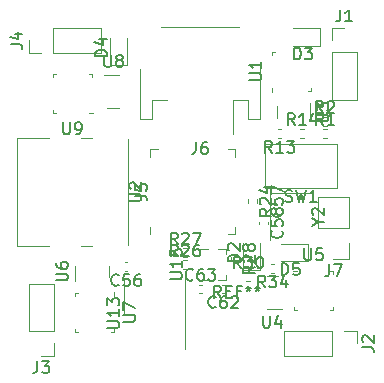
<source format=gbr>
%TF.GenerationSoftware,KiCad,Pcbnew,7.0.6*%
%TF.CreationDate,2023-07-24T08:09:00-07:00*%
%TF.ProjectId,minidrone,6d696e69-6472-46f6-9e65-2e6b69636164,rev?*%
%TF.SameCoordinates,Original*%
%TF.FileFunction,Legend,Top*%
%TF.FilePolarity,Positive*%
%FSLAX46Y46*%
G04 Gerber Fmt 4.6, Leading zero omitted, Abs format (unit mm)*
G04 Created by KiCad (PCBNEW 7.0.6) date 2023-07-24 08:09:00*
%MOMM*%
%LPD*%
G01*
G04 APERTURE LIST*
%ADD10C,0.150000*%
%ADD11C,0.120000*%
%ADD12C,0.100000*%
G04 APERTURE END LIST*
D10*
X149352466Y-76117419D02*
X149019133Y-75641228D01*
X148781038Y-76117419D02*
X148781038Y-75117419D01*
X148781038Y-75117419D02*
X149161990Y-75117419D01*
X149161990Y-75117419D02*
X149257228Y-75165038D01*
X149257228Y-75165038D02*
X149304847Y-75212657D01*
X149304847Y-75212657D02*
X149352466Y-75307895D01*
X149352466Y-75307895D02*
X149352466Y-75450752D01*
X149352466Y-75450752D02*
X149304847Y-75545990D01*
X149304847Y-75545990D02*
X149257228Y-75593609D01*
X149257228Y-75593609D02*
X149161990Y-75641228D01*
X149161990Y-75641228D02*
X148781038Y-75641228D01*
X149781038Y-75593609D02*
X150114371Y-75593609D01*
X150257228Y-76117419D02*
X149781038Y-76117419D01*
X149781038Y-76117419D02*
X149781038Y-75117419D01*
X149781038Y-75117419D02*
X150257228Y-75117419D01*
X151019133Y-75593609D02*
X150685800Y-75593609D01*
X150685800Y-76117419D02*
X150685800Y-75117419D01*
X150685800Y-75117419D02*
X151161990Y-75117419D01*
X151685800Y-75117419D02*
X151685800Y-75355514D01*
X151447705Y-75260276D02*
X151685800Y-75355514D01*
X151685800Y-75355514D02*
X151923895Y-75260276D01*
X151542943Y-75545990D02*
X151685800Y-75355514D01*
X151685800Y-75355514D02*
X151828657Y-75545990D01*
X152447705Y-75117419D02*
X152447705Y-75355514D01*
X152209610Y-75260276D02*
X152447705Y-75355514D01*
X152447705Y-75355514D02*
X152685800Y-75260276D01*
X152304848Y-75545990D02*
X152447705Y-75355514D01*
X152447705Y-75355514D02*
X152590562Y-75545990D01*
X141091219Y-78142704D02*
X141900742Y-78142704D01*
X141900742Y-78142704D02*
X141995980Y-78095085D01*
X141995980Y-78095085D02*
X142043600Y-78047466D01*
X142043600Y-78047466D02*
X142091219Y-77952228D01*
X142091219Y-77952228D02*
X142091219Y-77761752D01*
X142091219Y-77761752D02*
X142043600Y-77666514D01*
X142043600Y-77666514D02*
X141995980Y-77618895D01*
X141995980Y-77618895D02*
X141900742Y-77571276D01*
X141900742Y-77571276D02*
X141091219Y-77571276D01*
X141091219Y-77190323D02*
X141091219Y-76523657D01*
X141091219Y-76523657D02*
X142091219Y-76952228D01*
X157595528Y-69721490D02*
X158071719Y-69721490D01*
X157071719Y-70054823D02*
X157595528Y-69721490D01*
X157595528Y-69721490D02*
X157071719Y-69388157D01*
X157166957Y-69102442D02*
X157119338Y-69054823D01*
X157119338Y-69054823D02*
X157071719Y-68959585D01*
X157071719Y-68959585D02*
X157071719Y-68721490D01*
X157071719Y-68721490D02*
X157119338Y-68626252D01*
X157119338Y-68626252D02*
X157166957Y-68578633D01*
X157166957Y-68578633D02*
X157262195Y-68531014D01*
X157262195Y-68531014D02*
X157357433Y-68531014D01*
X157357433Y-68531014D02*
X157500290Y-68578633D01*
X157500290Y-68578633D02*
X158071719Y-69150061D01*
X158071719Y-69150061D02*
X158071719Y-68531014D01*
X145036819Y-74545594D02*
X145846342Y-74545594D01*
X145846342Y-74545594D02*
X145941580Y-74497975D01*
X145941580Y-74497975D02*
X145989200Y-74450356D01*
X145989200Y-74450356D02*
X146036819Y-74355118D01*
X146036819Y-74355118D02*
X146036819Y-74164642D01*
X146036819Y-74164642D02*
X145989200Y-74069404D01*
X145989200Y-74069404D02*
X145941580Y-74021785D01*
X145941580Y-74021785D02*
X145846342Y-73974166D01*
X145846342Y-73974166D02*
X145036819Y-73974166D01*
X146036819Y-72974166D02*
X146036819Y-73545594D01*
X146036819Y-73259880D02*
X145036819Y-73259880D01*
X145036819Y-73259880D02*
X145179676Y-73355118D01*
X145179676Y-73355118D02*
X145274914Y-73450356D01*
X145274914Y-73450356D02*
X145322533Y-73545594D01*
X145036819Y-72069404D02*
X145036819Y-72545594D01*
X145036819Y-72545594D02*
X145513009Y-72593213D01*
X145513009Y-72593213D02*
X145465390Y-72545594D01*
X145465390Y-72545594D02*
X145417771Y-72450356D01*
X145417771Y-72450356D02*
X145417771Y-72212261D01*
X145417771Y-72212261D02*
X145465390Y-72117023D01*
X145465390Y-72117023D02*
X145513009Y-72069404D01*
X145513009Y-72069404D02*
X145608247Y-72021785D01*
X145608247Y-72021785D02*
X145846342Y-72021785D01*
X145846342Y-72021785D02*
X145941580Y-72069404D01*
X145941580Y-72069404D02*
X145989200Y-72117023D01*
X145989200Y-72117023D02*
X146036819Y-72212261D01*
X146036819Y-72212261D02*
X146036819Y-72450356D01*
X146036819Y-72450356D02*
X145989200Y-72545594D01*
X145989200Y-72545594D02*
X145941580Y-72593213D01*
X139740919Y-78682894D02*
X140550442Y-78682894D01*
X140550442Y-78682894D02*
X140645680Y-78635275D01*
X140645680Y-78635275D02*
X140693300Y-78587656D01*
X140693300Y-78587656D02*
X140740919Y-78492418D01*
X140740919Y-78492418D02*
X140740919Y-78301942D01*
X140740919Y-78301942D02*
X140693300Y-78206704D01*
X140693300Y-78206704D02*
X140645680Y-78159085D01*
X140645680Y-78159085D02*
X140550442Y-78111466D01*
X140550442Y-78111466D02*
X139740919Y-78111466D01*
X140740919Y-77111466D02*
X140740919Y-77682894D01*
X140740919Y-77397180D02*
X139740919Y-77397180D01*
X139740919Y-77397180D02*
X139883776Y-77492418D01*
X139883776Y-77492418D02*
X139979014Y-77587656D01*
X139979014Y-77587656D02*
X140026633Y-77682894D01*
X139740919Y-76778132D02*
X139740919Y-76159085D01*
X139740919Y-76159085D02*
X140121871Y-76492418D01*
X140121871Y-76492418D02*
X140121871Y-76349561D01*
X140121871Y-76349561D02*
X140169490Y-76254323D01*
X140169490Y-76254323D02*
X140217109Y-76206704D01*
X140217109Y-76206704D02*
X140312347Y-76159085D01*
X140312347Y-76159085D02*
X140550442Y-76159085D01*
X140550442Y-76159085D02*
X140645680Y-76206704D01*
X140645680Y-76206704D02*
X140693300Y-76254323D01*
X140693300Y-76254323D02*
X140740919Y-76349561D01*
X140740919Y-76349561D02*
X140740919Y-76635275D01*
X140740919Y-76635275D02*
X140693300Y-76730513D01*
X140693300Y-76730513D02*
X140645680Y-76778132D01*
X135988495Y-61281619D02*
X135988495Y-62091142D01*
X135988495Y-62091142D02*
X136036114Y-62186380D01*
X136036114Y-62186380D02*
X136083733Y-62234000D01*
X136083733Y-62234000D02*
X136178971Y-62281619D01*
X136178971Y-62281619D02*
X136369447Y-62281619D01*
X136369447Y-62281619D02*
X136464685Y-62234000D01*
X136464685Y-62234000D02*
X136512304Y-62186380D01*
X136512304Y-62186380D02*
X136559923Y-62091142D01*
X136559923Y-62091142D02*
X136559923Y-61281619D01*
X137083733Y-62281619D02*
X137274209Y-62281619D01*
X137274209Y-62281619D02*
X137369447Y-62234000D01*
X137369447Y-62234000D02*
X137417066Y-62186380D01*
X137417066Y-62186380D02*
X137512304Y-62043523D01*
X137512304Y-62043523D02*
X137559923Y-61853047D01*
X137559923Y-61853047D02*
X137559923Y-61472095D01*
X137559923Y-61472095D02*
X137512304Y-61376857D01*
X137512304Y-61376857D02*
X137464685Y-61329238D01*
X137464685Y-61329238D02*
X137369447Y-61281619D01*
X137369447Y-61281619D02*
X137178971Y-61281619D01*
X137178971Y-61281619D02*
X137083733Y-61329238D01*
X137083733Y-61329238D02*
X137036114Y-61376857D01*
X137036114Y-61376857D02*
X136988495Y-61472095D01*
X136988495Y-61472095D02*
X136988495Y-61710190D01*
X136988495Y-61710190D02*
X137036114Y-61805428D01*
X137036114Y-61805428D02*
X137083733Y-61853047D01*
X137083733Y-61853047D02*
X137178971Y-61900666D01*
X137178971Y-61900666D02*
X137369447Y-61900666D01*
X137369447Y-61900666D02*
X137464685Y-61853047D01*
X137464685Y-61853047D02*
X137512304Y-61805428D01*
X137512304Y-61805428D02*
X137559923Y-61710190D01*
X139480785Y-55581619D02*
X139480785Y-56391142D01*
X139480785Y-56391142D02*
X139528404Y-56486380D01*
X139528404Y-56486380D02*
X139576023Y-56534000D01*
X139576023Y-56534000D02*
X139671261Y-56581619D01*
X139671261Y-56581619D02*
X139861737Y-56581619D01*
X139861737Y-56581619D02*
X139956975Y-56534000D01*
X139956975Y-56534000D02*
X140004594Y-56486380D01*
X140004594Y-56486380D02*
X140052213Y-56391142D01*
X140052213Y-56391142D02*
X140052213Y-55581619D01*
X140671261Y-56010190D02*
X140576023Y-55962571D01*
X140576023Y-55962571D02*
X140528404Y-55914952D01*
X140528404Y-55914952D02*
X140480785Y-55819714D01*
X140480785Y-55819714D02*
X140480785Y-55772095D01*
X140480785Y-55772095D02*
X140528404Y-55676857D01*
X140528404Y-55676857D02*
X140576023Y-55629238D01*
X140576023Y-55629238D02*
X140671261Y-55581619D01*
X140671261Y-55581619D02*
X140861737Y-55581619D01*
X140861737Y-55581619D02*
X140956975Y-55629238D01*
X140956975Y-55629238D02*
X141004594Y-55676857D01*
X141004594Y-55676857D02*
X141052213Y-55772095D01*
X141052213Y-55772095D02*
X141052213Y-55819714D01*
X141052213Y-55819714D02*
X141004594Y-55914952D01*
X141004594Y-55914952D02*
X140956975Y-55962571D01*
X140956975Y-55962571D02*
X140861737Y-56010190D01*
X140861737Y-56010190D02*
X140671261Y-56010190D01*
X140671261Y-56010190D02*
X140576023Y-56057809D01*
X140576023Y-56057809D02*
X140528404Y-56105428D01*
X140528404Y-56105428D02*
X140480785Y-56200666D01*
X140480785Y-56200666D02*
X140480785Y-56391142D01*
X140480785Y-56391142D02*
X140528404Y-56486380D01*
X140528404Y-56486380D02*
X140576023Y-56534000D01*
X140576023Y-56534000D02*
X140671261Y-56581619D01*
X140671261Y-56581619D02*
X140861737Y-56581619D01*
X140861737Y-56581619D02*
X140956975Y-56534000D01*
X140956975Y-56534000D02*
X141004594Y-56486380D01*
X141004594Y-56486380D02*
X141052213Y-56391142D01*
X141052213Y-56391142D02*
X141052213Y-56200666D01*
X141052213Y-56200666D02*
X141004594Y-56105428D01*
X141004594Y-56105428D02*
X140956975Y-56057809D01*
X140956975Y-56057809D02*
X140861737Y-56010190D01*
X135391219Y-74650414D02*
X136200742Y-74650414D01*
X136200742Y-74650414D02*
X136295980Y-74602795D01*
X136295980Y-74602795D02*
X136343600Y-74555176D01*
X136343600Y-74555176D02*
X136391219Y-74459938D01*
X136391219Y-74459938D02*
X136391219Y-74269462D01*
X136391219Y-74269462D02*
X136343600Y-74174224D01*
X136343600Y-74174224D02*
X136295980Y-74126605D01*
X136295980Y-74126605D02*
X136200742Y-74078986D01*
X136200742Y-74078986D02*
X135391219Y-74078986D01*
X135391219Y-73174224D02*
X135391219Y-73364700D01*
X135391219Y-73364700D02*
X135438838Y-73459938D01*
X135438838Y-73459938D02*
X135486457Y-73507557D01*
X135486457Y-73507557D02*
X135629314Y-73602795D01*
X135629314Y-73602795D02*
X135819790Y-73650414D01*
X135819790Y-73650414D02*
X136200742Y-73650414D01*
X136200742Y-73650414D02*
X136295980Y-73602795D01*
X136295980Y-73602795D02*
X136343600Y-73555176D01*
X136343600Y-73555176D02*
X136391219Y-73459938D01*
X136391219Y-73459938D02*
X136391219Y-73269462D01*
X136391219Y-73269462D02*
X136343600Y-73174224D01*
X136343600Y-73174224D02*
X136295980Y-73126605D01*
X136295980Y-73126605D02*
X136200742Y-73078986D01*
X136200742Y-73078986D02*
X135962647Y-73078986D01*
X135962647Y-73078986D02*
X135867409Y-73126605D01*
X135867409Y-73126605D02*
X135819790Y-73174224D01*
X135819790Y-73174224D02*
X135772171Y-73269462D01*
X135772171Y-73269462D02*
X135772171Y-73459938D01*
X135772171Y-73459938D02*
X135819790Y-73555176D01*
X135819790Y-73555176D02*
X135867409Y-73602795D01*
X135867409Y-73602795D02*
X135962647Y-73650414D01*
X156428495Y-71949619D02*
X156428495Y-72759142D01*
X156428495Y-72759142D02*
X156476114Y-72854380D01*
X156476114Y-72854380D02*
X156523733Y-72902000D01*
X156523733Y-72902000D02*
X156618971Y-72949619D01*
X156618971Y-72949619D02*
X156809447Y-72949619D01*
X156809447Y-72949619D02*
X156904685Y-72902000D01*
X156904685Y-72902000D02*
X156952304Y-72854380D01*
X156952304Y-72854380D02*
X156999923Y-72759142D01*
X156999923Y-72759142D02*
X156999923Y-71949619D01*
X157952304Y-71949619D02*
X157476114Y-71949619D01*
X157476114Y-71949619D02*
X157428495Y-72425809D01*
X157428495Y-72425809D02*
X157476114Y-72378190D01*
X157476114Y-72378190D02*
X157571352Y-72330571D01*
X157571352Y-72330571D02*
X157809447Y-72330571D01*
X157809447Y-72330571D02*
X157904685Y-72378190D01*
X157904685Y-72378190D02*
X157952304Y-72425809D01*
X157952304Y-72425809D02*
X157999923Y-72521047D01*
X157999923Y-72521047D02*
X157999923Y-72759142D01*
X157999923Y-72759142D02*
X157952304Y-72854380D01*
X157952304Y-72854380D02*
X157904685Y-72902000D01*
X157904685Y-72902000D02*
X157809447Y-72949619D01*
X157809447Y-72949619D02*
X157571352Y-72949619D01*
X157571352Y-72949619D02*
X157476114Y-72902000D01*
X157476114Y-72902000D02*
X157428495Y-72854380D01*
X152936205Y-77649619D02*
X152936205Y-78459142D01*
X152936205Y-78459142D02*
X152983824Y-78554380D01*
X152983824Y-78554380D02*
X153031443Y-78602000D01*
X153031443Y-78602000D02*
X153126681Y-78649619D01*
X153126681Y-78649619D02*
X153317157Y-78649619D01*
X153317157Y-78649619D02*
X153412395Y-78602000D01*
X153412395Y-78602000D02*
X153460014Y-78554380D01*
X153460014Y-78554380D02*
X153507633Y-78459142D01*
X153507633Y-78459142D02*
X153507633Y-77649619D01*
X154412395Y-77982952D02*
X154412395Y-78649619D01*
X154174300Y-77602000D02*
X153936205Y-78316285D01*
X153936205Y-78316285D02*
X154555252Y-78316285D01*
X157459219Y-61194994D02*
X158268742Y-61194994D01*
X158268742Y-61194994D02*
X158363980Y-61147375D01*
X158363980Y-61147375D02*
X158411600Y-61099756D01*
X158411600Y-61099756D02*
X158459219Y-61004518D01*
X158459219Y-61004518D02*
X158459219Y-60814042D01*
X158459219Y-60814042D02*
X158411600Y-60718804D01*
X158411600Y-60718804D02*
X158363980Y-60671185D01*
X158363980Y-60671185D02*
X158268742Y-60623566D01*
X158268742Y-60623566D02*
X157459219Y-60623566D01*
X157459219Y-60242613D02*
X157459219Y-59623566D01*
X157459219Y-59623566D02*
X157840171Y-59956899D01*
X157840171Y-59956899D02*
X157840171Y-59814042D01*
X157840171Y-59814042D02*
X157887790Y-59718804D01*
X157887790Y-59718804D02*
X157935409Y-59671185D01*
X157935409Y-59671185D02*
X158030647Y-59623566D01*
X158030647Y-59623566D02*
X158268742Y-59623566D01*
X158268742Y-59623566D02*
X158363980Y-59671185D01*
X158363980Y-59671185D02*
X158411600Y-59718804D01*
X158411600Y-59718804D02*
X158459219Y-59814042D01*
X158459219Y-59814042D02*
X158459219Y-60099756D01*
X158459219Y-60099756D02*
X158411600Y-60194994D01*
X158411600Y-60194994D02*
X158363980Y-60242613D01*
X141605219Y-67922704D02*
X142414742Y-67922704D01*
X142414742Y-67922704D02*
X142509980Y-67875085D01*
X142509980Y-67875085D02*
X142557600Y-67827466D01*
X142557600Y-67827466D02*
X142605219Y-67732228D01*
X142605219Y-67732228D02*
X142605219Y-67541752D01*
X142605219Y-67541752D02*
X142557600Y-67446514D01*
X142557600Y-67446514D02*
X142509980Y-67398895D01*
X142509980Y-67398895D02*
X142414742Y-67351276D01*
X142414742Y-67351276D02*
X141605219Y-67351276D01*
X141700457Y-66922704D02*
X141652838Y-66875085D01*
X141652838Y-66875085D02*
X141605219Y-66779847D01*
X141605219Y-66779847D02*
X141605219Y-66541752D01*
X141605219Y-66541752D02*
X141652838Y-66446514D01*
X141652838Y-66446514D02*
X141700457Y-66398895D01*
X141700457Y-66398895D02*
X141795695Y-66351276D01*
X141795695Y-66351276D02*
X141890933Y-66351276D01*
X141890933Y-66351276D02*
X142033790Y-66398895D01*
X142033790Y-66398895D02*
X142605219Y-66970323D01*
X142605219Y-66970323D02*
X142605219Y-66351276D01*
X151759219Y-57702704D02*
X152568742Y-57702704D01*
X152568742Y-57702704D02*
X152663980Y-57655085D01*
X152663980Y-57655085D02*
X152711600Y-57607466D01*
X152711600Y-57607466D02*
X152759219Y-57512228D01*
X152759219Y-57512228D02*
X152759219Y-57321752D01*
X152759219Y-57321752D02*
X152711600Y-57226514D01*
X152711600Y-57226514D02*
X152663980Y-57178895D01*
X152663980Y-57178895D02*
X152568742Y-57131276D01*
X152568742Y-57131276D02*
X151759219Y-57131276D01*
X152759219Y-56131276D02*
X152759219Y-56702704D01*
X152759219Y-56416990D02*
X151759219Y-56416990D01*
X151759219Y-56416990D02*
X151902076Y-56512228D01*
X151902076Y-56512228D02*
X151997314Y-56607466D01*
X151997314Y-56607466D02*
X152044933Y-56702704D01*
X154809567Y-67955200D02*
X154952424Y-68002819D01*
X154952424Y-68002819D02*
X155190519Y-68002819D01*
X155190519Y-68002819D02*
X155285757Y-67955200D01*
X155285757Y-67955200D02*
X155333376Y-67907580D01*
X155333376Y-67907580D02*
X155380995Y-67812342D01*
X155380995Y-67812342D02*
X155380995Y-67717104D01*
X155380995Y-67717104D02*
X155333376Y-67621866D01*
X155333376Y-67621866D02*
X155285757Y-67574247D01*
X155285757Y-67574247D02*
X155190519Y-67526628D01*
X155190519Y-67526628D02*
X155000043Y-67479009D01*
X155000043Y-67479009D02*
X154904805Y-67431390D01*
X154904805Y-67431390D02*
X154857186Y-67383771D01*
X154857186Y-67383771D02*
X154809567Y-67288533D01*
X154809567Y-67288533D02*
X154809567Y-67193295D01*
X154809567Y-67193295D02*
X154857186Y-67098057D01*
X154857186Y-67098057D02*
X154904805Y-67050438D01*
X154904805Y-67050438D02*
X155000043Y-67002819D01*
X155000043Y-67002819D02*
X155238138Y-67002819D01*
X155238138Y-67002819D02*
X155380995Y-67050438D01*
X155714329Y-67002819D02*
X155952424Y-68002819D01*
X155952424Y-68002819D02*
X156142900Y-67288533D01*
X156142900Y-67288533D02*
X156333376Y-68002819D01*
X156333376Y-68002819D02*
X156571472Y-67002819D01*
X157476233Y-68002819D02*
X156904805Y-68002819D01*
X157190519Y-68002819D02*
X157190519Y-67002819D01*
X157190519Y-67002819D02*
X157095281Y-67145676D01*
X157095281Y-67145676D02*
X157000043Y-67240914D01*
X157000043Y-67240914D02*
X156904805Y-67288533D01*
X153090842Y-75256519D02*
X152757509Y-74780328D01*
X152519414Y-75256519D02*
X152519414Y-74256519D01*
X152519414Y-74256519D02*
X152900366Y-74256519D01*
X152900366Y-74256519D02*
X152995604Y-74304138D01*
X152995604Y-74304138D02*
X153043223Y-74351757D01*
X153043223Y-74351757D02*
X153090842Y-74446995D01*
X153090842Y-74446995D02*
X153090842Y-74589852D01*
X153090842Y-74589852D02*
X153043223Y-74685090D01*
X153043223Y-74685090D02*
X152995604Y-74732709D01*
X152995604Y-74732709D02*
X152900366Y-74780328D01*
X152900366Y-74780328D02*
X152519414Y-74780328D01*
X153424176Y-74256519D02*
X154043223Y-74256519D01*
X154043223Y-74256519D02*
X153709890Y-74637471D01*
X153709890Y-74637471D02*
X153852747Y-74637471D01*
X153852747Y-74637471D02*
X153947985Y-74685090D01*
X153947985Y-74685090D02*
X153995604Y-74732709D01*
X153995604Y-74732709D02*
X154043223Y-74827947D01*
X154043223Y-74827947D02*
X154043223Y-75066042D01*
X154043223Y-75066042D02*
X153995604Y-75161280D01*
X153995604Y-75161280D02*
X153947985Y-75208900D01*
X153947985Y-75208900D02*
X153852747Y-75256519D01*
X153852747Y-75256519D02*
X153567033Y-75256519D01*
X153567033Y-75256519D02*
X153471795Y-75208900D01*
X153471795Y-75208900D02*
X153424176Y-75161280D01*
X154900366Y-74589852D02*
X154900366Y-75256519D01*
X154662271Y-74208900D02*
X154424176Y-74923185D01*
X154424176Y-74923185D02*
X155043223Y-74923185D01*
X151021542Y-73649319D02*
X150688209Y-73173128D01*
X150450114Y-73649319D02*
X150450114Y-72649319D01*
X150450114Y-72649319D02*
X150831066Y-72649319D01*
X150831066Y-72649319D02*
X150926304Y-72696938D01*
X150926304Y-72696938D02*
X150973923Y-72744557D01*
X150973923Y-72744557D02*
X151021542Y-72839795D01*
X151021542Y-72839795D02*
X151021542Y-72982652D01*
X151021542Y-72982652D02*
X150973923Y-73077890D01*
X150973923Y-73077890D02*
X150926304Y-73125509D01*
X150926304Y-73125509D02*
X150831066Y-73173128D01*
X150831066Y-73173128D02*
X150450114Y-73173128D01*
X151354876Y-72649319D02*
X151973923Y-72649319D01*
X151973923Y-72649319D02*
X151640590Y-73030271D01*
X151640590Y-73030271D02*
X151783447Y-73030271D01*
X151783447Y-73030271D02*
X151878685Y-73077890D01*
X151878685Y-73077890D02*
X151926304Y-73125509D01*
X151926304Y-73125509D02*
X151973923Y-73220747D01*
X151973923Y-73220747D02*
X151973923Y-73458842D01*
X151973923Y-73458842D02*
X151926304Y-73554080D01*
X151926304Y-73554080D02*
X151878685Y-73601700D01*
X151878685Y-73601700D02*
X151783447Y-73649319D01*
X151783447Y-73649319D02*
X151497733Y-73649319D01*
X151497733Y-73649319D02*
X151402495Y-73601700D01*
X151402495Y-73601700D02*
X151354876Y-73554080D01*
X152592971Y-72649319D02*
X152688209Y-72649319D01*
X152688209Y-72649319D02*
X152783447Y-72696938D01*
X152783447Y-72696938D02*
X152831066Y-72744557D01*
X152831066Y-72744557D02*
X152878685Y-72839795D01*
X152878685Y-72839795D02*
X152926304Y-73030271D01*
X152926304Y-73030271D02*
X152926304Y-73268366D01*
X152926304Y-73268366D02*
X152878685Y-73458842D01*
X152878685Y-73458842D02*
X152831066Y-73554080D01*
X152831066Y-73554080D02*
X152783447Y-73601700D01*
X152783447Y-73601700D02*
X152688209Y-73649319D01*
X152688209Y-73649319D02*
X152592971Y-73649319D01*
X152592971Y-73649319D02*
X152497733Y-73601700D01*
X152497733Y-73601700D02*
X152450114Y-73554080D01*
X152450114Y-73554080D02*
X152402495Y-73458842D01*
X152402495Y-73458842D02*
X152354876Y-73268366D01*
X152354876Y-73268366D02*
X152354876Y-73030271D01*
X152354876Y-73030271D02*
X152402495Y-72839795D01*
X152402495Y-72839795D02*
X152450114Y-72744557D01*
X152450114Y-72744557D02*
X152497733Y-72696938D01*
X152497733Y-72696938D02*
X152592971Y-72649319D01*
X152224419Y-73485357D02*
X151748228Y-73818690D01*
X152224419Y-74056785D02*
X151224419Y-74056785D01*
X151224419Y-74056785D02*
X151224419Y-73675833D01*
X151224419Y-73675833D02*
X151272038Y-73580595D01*
X151272038Y-73580595D02*
X151319657Y-73532976D01*
X151319657Y-73532976D02*
X151414895Y-73485357D01*
X151414895Y-73485357D02*
X151557752Y-73485357D01*
X151557752Y-73485357D02*
X151652990Y-73532976D01*
X151652990Y-73532976D02*
X151700609Y-73580595D01*
X151700609Y-73580595D02*
X151748228Y-73675833D01*
X151748228Y-73675833D02*
X151748228Y-74056785D01*
X151319657Y-73104404D02*
X151272038Y-73056785D01*
X151272038Y-73056785D02*
X151224419Y-72961547D01*
X151224419Y-72961547D02*
X151224419Y-72723452D01*
X151224419Y-72723452D02*
X151272038Y-72628214D01*
X151272038Y-72628214D02*
X151319657Y-72580595D01*
X151319657Y-72580595D02*
X151414895Y-72532976D01*
X151414895Y-72532976D02*
X151510133Y-72532976D01*
X151510133Y-72532976D02*
X151652990Y-72580595D01*
X151652990Y-72580595D02*
X152224419Y-73152023D01*
X152224419Y-73152023D02*
X152224419Y-72532976D01*
X151652990Y-71961547D02*
X151605371Y-72056785D01*
X151605371Y-72056785D02*
X151557752Y-72104404D01*
X151557752Y-72104404D02*
X151462514Y-72152023D01*
X151462514Y-72152023D02*
X151414895Y-72152023D01*
X151414895Y-72152023D02*
X151319657Y-72104404D01*
X151319657Y-72104404D02*
X151272038Y-72056785D01*
X151272038Y-72056785D02*
X151224419Y-71961547D01*
X151224419Y-71961547D02*
X151224419Y-71771071D01*
X151224419Y-71771071D02*
X151272038Y-71675833D01*
X151272038Y-71675833D02*
X151319657Y-71628214D01*
X151319657Y-71628214D02*
X151414895Y-71580595D01*
X151414895Y-71580595D02*
X151462514Y-71580595D01*
X151462514Y-71580595D02*
X151557752Y-71628214D01*
X151557752Y-71628214D02*
X151605371Y-71675833D01*
X151605371Y-71675833D02*
X151652990Y-71771071D01*
X151652990Y-71771071D02*
X151652990Y-71961547D01*
X151652990Y-71961547D02*
X151700609Y-72056785D01*
X151700609Y-72056785D02*
X151748228Y-72104404D01*
X151748228Y-72104404D02*
X151843466Y-72152023D01*
X151843466Y-72152023D02*
X152033942Y-72152023D01*
X152033942Y-72152023D02*
X152129180Y-72104404D01*
X152129180Y-72104404D02*
X152176800Y-72056785D01*
X152176800Y-72056785D02*
X152224419Y-71961547D01*
X152224419Y-71961547D02*
X152224419Y-71771071D01*
X152224419Y-71771071D02*
X152176800Y-71675833D01*
X152176800Y-71675833D02*
X152129180Y-71628214D01*
X152129180Y-71628214D02*
X152033942Y-71580595D01*
X152033942Y-71580595D02*
X151843466Y-71580595D01*
X151843466Y-71580595D02*
X151748228Y-71628214D01*
X151748228Y-71628214D02*
X151700609Y-71675833D01*
X151700609Y-71675833D02*
X151652990Y-71771071D01*
X145687542Y-71617319D02*
X145354209Y-71141128D01*
X145116114Y-71617319D02*
X145116114Y-70617319D01*
X145116114Y-70617319D02*
X145497066Y-70617319D01*
X145497066Y-70617319D02*
X145592304Y-70664938D01*
X145592304Y-70664938D02*
X145639923Y-70712557D01*
X145639923Y-70712557D02*
X145687542Y-70807795D01*
X145687542Y-70807795D02*
X145687542Y-70950652D01*
X145687542Y-70950652D02*
X145639923Y-71045890D01*
X145639923Y-71045890D02*
X145592304Y-71093509D01*
X145592304Y-71093509D02*
X145497066Y-71141128D01*
X145497066Y-71141128D02*
X145116114Y-71141128D01*
X146068495Y-70712557D02*
X146116114Y-70664938D01*
X146116114Y-70664938D02*
X146211352Y-70617319D01*
X146211352Y-70617319D02*
X146449447Y-70617319D01*
X146449447Y-70617319D02*
X146544685Y-70664938D01*
X146544685Y-70664938D02*
X146592304Y-70712557D01*
X146592304Y-70712557D02*
X146639923Y-70807795D01*
X146639923Y-70807795D02*
X146639923Y-70903033D01*
X146639923Y-70903033D02*
X146592304Y-71045890D01*
X146592304Y-71045890D02*
X146020876Y-71617319D01*
X146020876Y-71617319D02*
X146639923Y-71617319D01*
X146973257Y-70617319D02*
X147639923Y-70617319D01*
X147639923Y-70617319D02*
X147211352Y-71617319D01*
X145687542Y-72633319D02*
X145354209Y-72157128D01*
X145116114Y-72633319D02*
X145116114Y-71633319D01*
X145116114Y-71633319D02*
X145497066Y-71633319D01*
X145497066Y-71633319D02*
X145592304Y-71680938D01*
X145592304Y-71680938D02*
X145639923Y-71728557D01*
X145639923Y-71728557D02*
X145687542Y-71823795D01*
X145687542Y-71823795D02*
X145687542Y-71966652D01*
X145687542Y-71966652D02*
X145639923Y-72061890D01*
X145639923Y-72061890D02*
X145592304Y-72109509D01*
X145592304Y-72109509D02*
X145497066Y-72157128D01*
X145497066Y-72157128D02*
X145116114Y-72157128D01*
X146068495Y-71728557D02*
X146116114Y-71680938D01*
X146116114Y-71680938D02*
X146211352Y-71633319D01*
X146211352Y-71633319D02*
X146449447Y-71633319D01*
X146449447Y-71633319D02*
X146544685Y-71680938D01*
X146544685Y-71680938D02*
X146592304Y-71728557D01*
X146592304Y-71728557D02*
X146639923Y-71823795D01*
X146639923Y-71823795D02*
X146639923Y-71919033D01*
X146639923Y-71919033D02*
X146592304Y-72061890D01*
X146592304Y-72061890D02*
X146020876Y-72633319D01*
X146020876Y-72633319D02*
X146639923Y-72633319D01*
X147497066Y-71633319D02*
X147306590Y-71633319D01*
X147306590Y-71633319D02*
X147211352Y-71680938D01*
X147211352Y-71680938D02*
X147163733Y-71728557D01*
X147163733Y-71728557D02*
X147068495Y-71871414D01*
X147068495Y-71871414D02*
X147020876Y-72061890D01*
X147020876Y-72061890D02*
X147020876Y-72442842D01*
X147020876Y-72442842D02*
X147068495Y-72538080D01*
X147068495Y-72538080D02*
X147116114Y-72585700D01*
X147116114Y-72585700D02*
X147211352Y-72633319D01*
X147211352Y-72633319D02*
X147401828Y-72633319D01*
X147401828Y-72633319D02*
X147497066Y-72585700D01*
X147497066Y-72585700D02*
X147544685Y-72538080D01*
X147544685Y-72538080D02*
X147592304Y-72442842D01*
X147592304Y-72442842D02*
X147592304Y-72204747D01*
X147592304Y-72204747D02*
X147544685Y-72109509D01*
X147544685Y-72109509D02*
X147497066Y-72061890D01*
X147497066Y-72061890D02*
X147401828Y-72014271D01*
X147401828Y-72014271D02*
X147211352Y-72014271D01*
X147211352Y-72014271D02*
X147116114Y-72061890D01*
X147116114Y-72061890D02*
X147068495Y-72109509D01*
X147068495Y-72109509D02*
X147020876Y-72204747D01*
X153629319Y-68598557D02*
X153153128Y-68931890D01*
X153629319Y-69169985D02*
X152629319Y-69169985D01*
X152629319Y-69169985D02*
X152629319Y-68789033D01*
X152629319Y-68789033D02*
X152676938Y-68693795D01*
X152676938Y-68693795D02*
X152724557Y-68646176D01*
X152724557Y-68646176D02*
X152819795Y-68598557D01*
X152819795Y-68598557D02*
X152962652Y-68598557D01*
X152962652Y-68598557D02*
X153057890Y-68646176D01*
X153057890Y-68646176D02*
X153105509Y-68693795D01*
X153105509Y-68693795D02*
X153153128Y-68789033D01*
X153153128Y-68789033D02*
X153153128Y-69169985D01*
X152724557Y-68217604D02*
X152676938Y-68169985D01*
X152676938Y-68169985D02*
X152629319Y-68074747D01*
X152629319Y-68074747D02*
X152629319Y-67836652D01*
X152629319Y-67836652D02*
X152676938Y-67741414D01*
X152676938Y-67741414D02*
X152724557Y-67693795D01*
X152724557Y-67693795D02*
X152819795Y-67646176D01*
X152819795Y-67646176D02*
X152915033Y-67646176D01*
X152915033Y-67646176D02*
X153057890Y-67693795D01*
X153057890Y-67693795D02*
X153629319Y-68265223D01*
X153629319Y-68265223D02*
X153629319Y-67646176D01*
X152962652Y-66789033D02*
X153629319Y-66789033D01*
X152581700Y-67027128D02*
X153295985Y-67265223D01*
X153295985Y-67265223D02*
X153295985Y-66646176D01*
X155593542Y-61508119D02*
X155260209Y-61031928D01*
X155022114Y-61508119D02*
X155022114Y-60508119D01*
X155022114Y-60508119D02*
X155403066Y-60508119D01*
X155403066Y-60508119D02*
X155498304Y-60555738D01*
X155498304Y-60555738D02*
X155545923Y-60603357D01*
X155545923Y-60603357D02*
X155593542Y-60698595D01*
X155593542Y-60698595D02*
X155593542Y-60841452D01*
X155593542Y-60841452D02*
X155545923Y-60936690D01*
X155545923Y-60936690D02*
X155498304Y-60984309D01*
X155498304Y-60984309D02*
X155403066Y-61031928D01*
X155403066Y-61031928D02*
X155022114Y-61031928D01*
X156545923Y-61508119D02*
X155974495Y-61508119D01*
X156260209Y-61508119D02*
X156260209Y-60508119D01*
X156260209Y-60508119D02*
X156164971Y-60650976D01*
X156164971Y-60650976D02*
X156069733Y-60746214D01*
X156069733Y-60746214D02*
X155974495Y-60793833D01*
X157403066Y-60841452D02*
X157403066Y-61508119D01*
X157164971Y-60460500D02*
X156926876Y-61174785D01*
X156926876Y-61174785D02*
X157545923Y-61174785D01*
X153667142Y-63848119D02*
X153333809Y-63371928D01*
X153095714Y-63848119D02*
X153095714Y-62848119D01*
X153095714Y-62848119D02*
X153476666Y-62848119D01*
X153476666Y-62848119D02*
X153571904Y-62895738D01*
X153571904Y-62895738D02*
X153619523Y-62943357D01*
X153619523Y-62943357D02*
X153667142Y-63038595D01*
X153667142Y-63038595D02*
X153667142Y-63181452D01*
X153667142Y-63181452D02*
X153619523Y-63276690D01*
X153619523Y-63276690D02*
X153571904Y-63324309D01*
X153571904Y-63324309D02*
X153476666Y-63371928D01*
X153476666Y-63371928D02*
X153095714Y-63371928D01*
X154619523Y-63848119D02*
X154048095Y-63848119D01*
X154333809Y-63848119D02*
X154333809Y-62848119D01*
X154333809Y-62848119D02*
X154238571Y-62990976D01*
X154238571Y-62990976D02*
X154143333Y-63086214D01*
X154143333Y-63086214D02*
X154048095Y-63133833D01*
X154952857Y-62848119D02*
X155571904Y-62848119D01*
X155571904Y-62848119D02*
X155238571Y-63229071D01*
X155238571Y-63229071D02*
X155381428Y-63229071D01*
X155381428Y-63229071D02*
X155476666Y-63276690D01*
X155476666Y-63276690D02*
X155524285Y-63324309D01*
X155524285Y-63324309D02*
X155571904Y-63419547D01*
X155571904Y-63419547D02*
X155571904Y-63657642D01*
X155571904Y-63657642D02*
X155524285Y-63752880D01*
X155524285Y-63752880D02*
X155476666Y-63800500D01*
X155476666Y-63800500D02*
X155381428Y-63848119D01*
X155381428Y-63848119D02*
X155095714Y-63848119D01*
X155095714Y-63848119D02*
X155000476Y-63800500D01*
X155000476Y-63800500D02*
X154952857Y-63752880D01*
X158004133Y-60492119D02*
X157670800Y-60015928D01*
X157432705Y-60492119D02*
X157432705Y-59492119D01*
X157432705Y-59492119D02*
X157813657Y-59492119D01*
X157813657Y-59492119D02*
X157908895Y-59539738D01*
X157908895Y-59539738D02*
X157956514Y-59587357D01*
X157956514Y-59587357D02*
X158004133Y-59682595D01*
X158004133Y-59682595D02*
X158004133Y-59825452D01*
X158004133Y-59825452D02*
X157956514Y-59920690D01*
X157956514Y-59920690D02*
X157908895Y-59968309D01*
X157908895Y-59968309D02*
X157813657Y-60015928D01*
X157813657Y-60015928D02*
X157432705Y-60015928D01*
X158385086Y-59587357D02*
X158432705Y-59539738D01*
X158432705Y-59539738D02*
X158527943Y-59492119D01*
X158527943Y-59492119D02*
X158766038Y-59492119D01*
X158766038Y-59492119D02*
X158861276Y-59539738D01*
X158861276Y-59539738D02*
X158908895Y-59587357D01*
X158908895Y-59587357D02*
X158956514Y-59682595D01*
X158956514Y-59682595D02*
X158956514Y-59777833D01*
X158956514Y-59777833D02*
X158908895Y-59920690D01*
X158908895Y-59920690D02*
X158337467Y-60492119D01*
X158337467Y-60492119D02*
X158956514Y-60492119D01*
X158004133Y-61508119D02*
X157670800Y-61031928D01*
X157432705Y-61508119D02*
X157432705Y-60508119D01*
X157432705Y-60508119D02*
X157813657Y-60508119D01*
X157813657Y-60508119D02*
X157908895Y-60555738D01*
X157908895Y-60555738D02*
X157956514Y-60603357D01*
X157956514Y-60603357D02*
X158004133Y-60698595D01*
X158004133Y-60698595D02*
X158004133Y-60841452D01*
X158004133Y-60841452D02*
X157956514Y-60936690D01*
X157956514Y-60936690D02*
X157908895Y-60984309D01*
X157908895Y-60984309D02*
X157813657Y-61031928D01*
X157813657Y-61031928D02*
X157432705Y-61031928D01*
X158956514Y-61508119D02*
X158385086Y-61508119D01*
X158670800Y-61508119D02*
X158670800Y-60508119D01*
X158670800Y-60508119D02*
X158575562Y-60650976D01*
X158575562Y-60650976D02*
X158480324Y-60746214D01*
X158480324Y-60746214D02*
X158385086Y-60793833D01*
X158541166Y-73291019D02*
X158541166Y-74005304D01*
X158541166Y-74005304D02*
X158493547Y-74148161D01*
X158493547Y-74148161D02*
X158398309Y-74243400D01*
X158398309Y-74243400D02*
X158255452Y-74291019D01*
X158255452Y-74291019D02*
X158160214Y-74291019D01*
X158922119Y-73291019D02*
X159588785Y-73291019D01*
X159588785Y-73291019D02*
X159160214Y-74291019D01*
X147244766Y-62942819D02*
X147244766Y-63657104D01*
X147244766Y-63657104D02*
X147197147Y-63799961D01*
X147197147Y-63799961D02*
X147101909Y-63895200D01*
X147101909Y-63895200D02*
X146959052Y-63942819D01*
X146959052Y-63942819D02*
X146863814Y-63942819D01*
X148149528Y-62942819D02*
X147959052Y-62942819D01*
X147959052Y-62942819D02*
X147863814Y-62990438D01*
X147863814Y-62990438D02*
X147816195Y-63038057D01*
X147816195Y-63038057D02*
X147720957Y-63180914D01*
X147720957Y-63180914D02*
X147673338Y-63371390D01*
X147673338Y-63371390D02*
X147673338Y-63752342D01*
X147673338Y-63752342D02*
X147720957Y-63847580D01*
X147720957Y-63847580D02*
X147768576Y-63895200D01*
X147768576Y-63895200D02*
X147863814Y-63942819D01*
X147863814Y-63942819D02*
X148054290Y-63942819D01*
X148054290Y-63942819D02*
X148149528Y-63895200D01*
X148149528Y-63895200D02*
X148197147Y-63847580D01*
X148197147Y-63847580D02*
X148244766Y-63752342D01*
X148244766Y-63752342D02*
X148244766Y-63514247D01*
X148244766Y-63514247D02*
X148197147Y-63419009D01*
X148197147Y-63419009D02*
X148149528Y-63371390D01*
X148149528Y-63371390D02*
X148054290Y-63323771D01*
X148054290Y-63323771D02*
X147863814Y-63323771D01*
X147863814Y-63323771D02*
X147768576Y-63371390D01*
X147768576Y-63371390D02*
X147720957Y-63419009D01*
X147720957Y-63419009D02*
X147673338Y-63514247D01*
X142090219Y-67494133D02*
X142804504Y-67494133D01*
X142804504Y-67494133D02*
X142947361Y-67541752D01*
X142947361Y-67541752D02*
X143042600Y-67636990D01*
X143042600Y-67636990D02*
X143090219Y-67779847D01*
X143090219Y-67779847D02*
X143090219Y-67875085D01*
X142090219Y-66541752D02*
X142090219Y-67017942D01*
X142090219Y-67017942D02*
X142566409Y-67065561D01*
X142566409Y-67065561D02*
X142518790Y-67017942D01*
X142518790Y-67017942D02*
X142471171Y-66922704D01*
X142471171Y-66922704D02*
X142471171Y-66684609D01*
X142471171Y-66684609D02*
X142518790Y-66589371D01*
X142518790Y-66589371D02*
X142566409Y-66541752D01*
X142566409Y-66541752D02*
X142661647Y-66494133D01*
X142661647Y-66494133D02*
X142899742Y-66494133D01*
X142899742Y-66494133D02*
X142994980Y-66541752D01*
X142994980Y-66541752D02*
X143042600Y-66589371D01*
X143042600Y-66589371D02*
X143090219Y-66684609D01*
X143090219Y-66684609D02*
X143090219Y-66922704D01*
X143090219Y-66922704D02*
X143042600Y-67017942D01*
X143042600Y-67017942D02*
X142994980Y-67065561D01*
X131545219Y-54674133D02*
X132259504Y-54674133D01*
X132259504Y-54674133D02*
X132402361Y-54721752D01*
X132402361Y-54721752D02*
X132497600Y-54816990D01*
X132497600Y-54816990D02*
X132545219Y-54959847D01*
X132545219Y-54959847D02*
X132545219Y-55055085D01*
X131878552Y-53769371D02*
X132545219Y-53769371D01*
X131497600Y-54007466D02*
X132211885Y-54245561D01*
X132211885Y-54245561D02*
X132211885Y-53626514D01*
X133817066Y-81495619D02*
X133817066Y-82209904D01*
X133817066Y-82209904D02*
X133769447Y-82352761D01*
X133769447Y-82352761D02*
X133674209Y-82448000D01*
X133674209Y-82448000D02*
X133531352Y-82495619D01*
X133531352Y-82495619D02*
X133436114Y-82495619D01*
X134198019Y-81495619D02*
X134817066Y-81495619D01*
X134817066Y-81495619D02*
X134483733Y-81876571D01*
X134483733Y-81876571D02*
X134626590Y-81876571D01*
X134626590Y-81876571D02*
X134721828Y-81924190D01*
X134721828Y-81924190D02*
X134769447Y-81971809D01*
X134769447Y-81971809D02*
X134817066Y-82067047D01*
X134817066Y-82067047D02*
X134817066Y-82305142D01*
X134817066Y-82305142D02*
X134769447Y-82400380D01*
X134769447Y-82400380D02*
X134721828Y-82448000D01*
X134721828Y-82448000D02*
X134626590Y-82495619D01*
X134626590Y-82495619D02*
X134340876Y-82495619D01*
X134340876Y-82495619D02*
X134245638Y-82448000D01*
X134245638Y-82448000D02*
X134198019Y-82400380D01*
X161305219Y-80314133D02*
X162019504Y-80314133D01*
X162019504Y-80314133D02*
X162162361Y-80361752D01*
X162162361Y-80361752D02*
X162257600Y-80456990D01*
X162257600Y-80456990D02*
X162305219Y-80599847D01*
X162305219Y-80599847D02*
X162305219Y-80695085D01*
X161400457Y-79885561D02*
X161352838Y-79837942D01*
X161352838Y-79837942D02*
X161305219Y-79742704D01*
X161305219Y-79742704D02*
X161305219Y-79504609D01*
X161305219Y-79504609D02*
X161352838Y-79409371D01*
X161352838Y-79409371D02*
X161400457Y-79361752D01*
X161400457Y-79361752D02*
X161495695Y-79314133D01*
X161495695Y-79314133D02*
X161590933Y-79314133D01*
X161590933Y-79314133D02*
X161733790Y-79361752D01*
X161733790Y-79361752D02*
X162305219Y-79933180D01*
X162305219Y-79933180D02*
X162305219Y-79314133D01*
X159457066Y-51735619D02*
X159457066Y-52449904D01*
X159457066Y-52449904D02*
X159409447Y-52592761D01*
X159409447Y-52592761D02*
X159314209Y-52688000D01*
X159314209Y-52688000D02*
X159171352Y-52735619D01*
X159171352Y-52735619D02*
X159076114Y-52735619D01*
X160457066Y-52735619D02*
X159885638Y-52735619D01*
X160171352Y-52735619D02*
X160171352Y-51735619D01*
X160171352Y-51735619D02*
X160076114Y-51878476D01*
X160076114Y-51878476D02*
X159980876Y-51973714D01*
X159980876Y-51973714D02*
X159885638Y-52021333D01*
X154492105Y-74195719D02*
X154492105Y-73195719D01*
X154492105Y-73195719D02*
X154730200Y-73195719D01*
X154730200Y-73195719D02*
X154873057Y-73243338D01*
X154873057Y-73243338D02*
X154968295Y-73338576D01*
X154968295Y-73338576D02*
X155015914Y-73433814D01*
X155015914Y-73433814D02*
X155063533Y-73624290D01*
X155063533Y-73624290D02*
X155063533Y-73767147D01*
X155063533Y-73767147D02*
X155015914Y-73957623D01*
X155015914Y-73957623D02*
X154968295Y-74052861D01*
X154968295Y-74052861D02*
X154873057Y-74148100D01*
X154873057Y-74148100D02*
X154730200Y-74195719D01*
X154730200Y-74195719D02*
X154492105Y-74195719D01*
X155968295Y-73195719D02*
X155492105Y-73195719D01*
X155492105Y-73195719D02*
X155444486Y-73671909D01*
X155444486Y-73671909D02*
X155492105Y-73624290D01*
X155492105Y-73624290D02*
X155587343Y-73576671D01*
X155587343Y-73576671D02*
X155825438Y-73576671D01*
X155825438Y-73576671D02*
X155920676Y-73624290D01*
X155920676Y-73624290D02*
X155968295Y-73671909D01*
X155968295Y-73671909D02*
X156015914Y-73767147D01*
X156015914Y-73767147D02*
X156015914Y-74005242D01*
X156015914Y-74005242D02*
X155968295Y-74100480D01*
X155968295Y-74100480D02*
X155920676Y-74148100D01*
X155920676Y-74148100D02*
X155825438Y-74195719D01*
X155825438Y-74195719D02*
X155587343Y-74195719D01*
X155587343Y-74195719D02*
X155492105Y-74148100D01*
X155492105Y-74148100D02*
X155444486Y-74100480D01*
X139696019Y-55681394D02*
X138696019Y-55681394D01*
X138696019Y-55681394D02*
X138696019Y-55443299D01*
X138696019Y-55443299D02*
X138743638Y-55300442D01*
X138743638Y-55300442D02*
X138838876Y-55205204D01*
X138838876Y-55205204D02*
X138934114Y-55157585D01*
X138934114Y-55157585D02*
X139124590Y-55109966D01*
X139124590Y-55109966D02*
X139267447Y-55109966D01*
X139267447Y-55109966D02*
X139457923Y-55157585D01*
X139457923Y-55157585D02*
X139553161Y-55205204D01*
X139553161Y-55205204D02*
X139648400Y-55300442D01*
X139648400Y-55300442D02*
X139696019Y-55443299D01*
X139696019Y-55443299D02*
X139696019Y-55681394D01*
X139029352Y-54252823D02*
X139696019Y-54252823D01*
X138648400Y-54490918D02*
X139362685Y-54729013D01*
X139362685Y-54729013D02*
X139362685Y-54109966D01*
X155554005Y-55939219D02*
X155554005Y-54939219D01*
X155554005Y-54939219D02*
X155792100Y-54939219D01*
X155792100Y-54939219D02*
X155934957Y-54986838D01*
X155934957Y-54986838D02*
X156030195Y-55082076D01*
X156030195Y-55082076D02*
X156077814Y-55177314D01*
X156077814Y-55177314D02*
X156125433Y-55367790D01*
X156125433Y-55367790D02*
X156125433Y-55510647D01*
X156125433Y-55510647D02*
X156077814Y-55701123D01*
X156077814Y-55701123D02*
X156030195Y-55796361D01*
X156030195Y-55796361D02*
X155934957Y-55891600D01*
X155934957Y-55891600D02*
X155792100Y-55939219D01*
X155792100Y-55939219D02*
X155554005Y-55939219D01*
X156458767Y-54939219D02*
X157077814Y-54939219D01*
X157077814Y-54939219D02*
X156744481Y-55320171D01*
X156744481Y-55320171D02*
X156887338Y-55320171D01*
X156887338Y-55320171D02*
X156982576Y-55367790D01*
X156982576Y-55367790D02*
X157030195Y-55415409D01*
X157030195Y-55415409D02*
X157077814Y-55510647D01*
X157077814Y-55510647D02*
X157077814Y-55748742D01*
X157077814Y-55748742D02*
X157030195Y-55843980D01*
X157030195Y-55843980D02*
X156982576Y-55891600D01*
X156982576Y-55891600D02*
X156887338Y-55939219D01*
X156887338Y-55939219D02*
X156601624Y-55939219D01*
X156601624Y-55939219D02*
X156506386Y-55891600D01*
X156506386Y-55891600D02*
X156458767Y-55843980D01*
X150945219Y-73045094D02*
X149945219Y-73045094D01*
X149945219Y-73045094D02*
X149945219Y-72806999D01*
X149945219Y-72806999D02*
X149992838Y-72664142D01*
X149992838Y-72664142D02*
X150088076Y-72568904D01*
X150088076Y-72568904D02*
X150183314Y-72521285D01*
X150183314Y-72521285D02*
X150373790Y-72473666D01*
X150373790Y-72473666D02*
X150516647Y-72473666D01*
X150516647Y-72473666D02*
X150707123Y-72521285D01*
X150707123Y-72521285D02*
X150802361Y-72568904D01*
X150802361Y-72568904D02*
X150897600Y-72664142D01*
X150897600Y-72664142D02*
X150945219Y-72806999D01*
X150945219Y-72806999D02*
X150945219Y-73045094D01*
X150040457Y-72092713D02*
X149992838Y-72045094D01*
X149992838Y-72045094D02*
X149945219Y-71949856D01*
X149945219Y-71949856D02*
X149945219Y-71711761D01*
X149945219Y-71711761D02*
X149992838Y-71616523D01*
X149992838Y-71616523D02*
X150040457Y-71568904D01*
X150040457Y-71568904D02*
X150135695Y-71521285D01*
X150135695Y-71521285D02*
X150230933Y-71521285D01*
X150230933Y-71521285D02*
X150373790Y-71568904D01*
X150373790Y-71568904D02*
X150945219Y-72140332D01*
X150945219Y-72140332D02*
X150945219Y-71521285D01*
X146987542Y-74580080D02*
X146939923Y-74627700D01*
X146939923Y-74627700D02*
X146797066Y-74675319D01*
X146797066Y-74675319D02*
X146701828Y-74675319D01*
X146701828Y-74675319D02*
X146558971Y-74627700D01*
X146558971Y-74627700D02*
X146463733Y-74532461D01*
X146463733Y-74532461D02*
X146416114Y-74437223D01*
X146416114Y-74437223D02*
X146368495Y-74246747D01*
X146368495Y-74246747D02*
X146368495Y-74103890D01*
X146368495Y-74103890D02*
X146416114Y-73913414D01*
X146416114Y-73913414D02*
X146463733Y-73818176D01*
X146463733Y-73818176D02*
X146558971Y-73722938D01*
X146558971Y-73722938D02*
X146701828Y-73675319D01*
X146701828Y-73675319D02*
X146797066Y-73675319D01*
X146797066Y-73675319D02*
X146939923Y-73722938D01*
X146939923Y-73722938D02*
X146987542Y-73770557D01*
X147844685Y-73675319D02*
X147654209Y-73675319D01*
X147654209Y-73675319D02*
X147558971Y-73722938D01*
X147558971Y-73722938D02*
X147511352Y-73770557D01*
X147511352Y-73770557D02*
X147416114Y-73913414D01*
X147416114Y-73913414D02*
X147368495Y-74103890D01*
X147368495Y-74103890D02*
X147368495Y-74484842D01*
X147368495Y-74484842D02*
X147416114Y-74580080D01*
X147416114Y-74580080D02*
X147463733Y-74627700D01*
X147463733Y-74627700D02*
X147558971Y-74675319D01*
X147558971Y-74675319D02*
X147749447Y-74675319D01*
X147749447Y-74675319D02*
X147844685Y-74627700D01*
X147844685Y-74627700D02*
X147892304Y-74580080D01*
X147892304Y-74580080D02*
X147939923Y-74484842D01*
X147939923Y-74484842D02*
X147939923Y-74246747D01*
X147939923Y-74246747D02*
X147892304Y-74151509D01*
X147892304Y-74151509D02*
X147844685Y-74103890D01*
X147844685Y-74103890D02*
X147749447Y-74056271D01*
X147749447Y-74056271D02*
X147558971Y-74056271D01*
X147558971Y-74056271D02*
X147463733Y-74103890D01*
X147463733Y-74103890D02*
X147416114Y-74151509D01*
X147416114Y-74151509D02*
X147368495Y-74246747D01*
X148273257Y-73675319D02*
X148892304Y-73675319D01*
X148892304Y-73675319D02*
X148558971Y-74056271D01*
X148558971Y-74056271D02*
X148701828Y-74056271D01*
X148701828Y-74056271D02*
X148797066Y-74103890D01*
X148797066Y-74103890D02*
X148844685Y-74151509D01*
X148844685Y-74151509D02*
X148892304Y-74246747D01*
X148892304Y-74246747D02*
X148892304Y-74484842D01*
X148892304Y-74484842D02*
X148844685Y-74580080D01*
X148844685Y-74580080D02*
X148797066Y-74627700D01*
X148797066Y-74627700D02*
X148701828Y-74675319D01*
X148701828Y-74675319D02*
X148416114Y-74675319D01*
X148416114Y-74675319D02*
X148320876Y-74627700D01*
X148320876Y-74627700D02*
X148273257Y-74580080D01*
X148912742Y-76900080D02*
X148865123Y-76947700D01*
X148865123Y-76947700D02*
X148722266Y-76995319D01*
X148722266Y-76995319D02*
X148627028Y-76995319D01*
X148627028Y-76995319D02*
X148484171Y-76947700D01*
X148484171Y-76947700D02*
X148388933Y-76852461D01*
X148388933Y-76852461D02*
X148341314Y-76757223D01*
X148341314Y-76757223D02*
X148293695Y-76566747D01*
X148293695Y-76566747D02*
X148293695Y-76423890D01*
X148293695Y-76423890D02*
X148341314Y-76233414D01*
X148341314Y-76233414D02*
X148388933Y-76138176D01*
X148388933Y-76138176D02*
X148484171Y-76042938D01*
X148484171Y-76042938D02*
X148627028Y-75995319D01*
X148627028Y-75995319D02*
X148722266Y-75995319D01*
X148722266Y-75995319D02*
X148865123Y-76042938D01*
X148865123Y-76042938D02*
X148912742Y-76090557D01*
X149769885Y-75995319D02*
X149579409Y-75995319D01*
X149579409Y-75995319D02*
X149484171Y-76042938D01*
X149484171Y-76042938D02*
X149436552Y-76090557D01*
X149436552Y-76090557D02*
X149341314Y-76233414D01*
X149341314Y-76233414D02*
X149293695Y-76423890D01*
X149293695Y-76423890D02*
X149293695Y-76804842D01*
X149293695Y-76804842D02*
X149341314Y-76900080D01*
X149341314Y-76900080D02*
X149388933Y-76947700D01*
X149388933Y-76947700D02*
X149484171Y-76995319D01*
X149484171Y-76995319D02*
X149674647Y-76995319D01*
X149674647Y-76995319D02*
X149769885Y-76947700D01*
X149769885Y-76947700D02*
X149817504Y-76900080D01*
X149817504Y-76900080D02*
X149865123Y-76804842D01*
X149865123Y-76804842D02*
X149865123Y-76566747D01*
X149865123Y-76566747D02*
X149817504Y-76471509D01*
X149817504Y-76471509D02*
X149769885Y-76423890D01*
X149769885Y-76423890D02*
X149674647Y-76376271D01*
X149674647Y-76376271D02*
X149484171Y-76376271D01*
X149484171Y-76376271D02*
X149388933Y-76423890D01*
X149388933Y-76423890D02*
X149341314Y-76471509D01*
X149341314Y-76471509D02*
X149293695Y-76566747D01*
X150246076Y-76090557D02*
X150293695Y-76042938D01*
X150293695Y-76042938D02*
X150388933Y-75995319D01*
X150388933Y-75995319D02*
X150627028Y-75995319D01*
X150627028Y-75995319D02*
X150722266Y-76042938D01*
X150722266Y-76042938D02*
X150769885Y-76090557D01*
X150769885Y-76090557D02*
X150817504Y-76185795D01*
X150817504Y-76185795D02*
X150817504Y-76281033D01*
X150817504Y-76281033D02*
X150769885Y-76423890D01*
X150769885Y-76423890D02*
X150198457Y-76995319D01*
X150198457Y-76995319D02*
X150817504Y-76995319D01*
X154489280Y-70452157D02*
X154536900Y-70499776D01*
X154536900Y-70499776D02*
X154584519Y-70642633D01*
X154584519Y-70642633D02*
X154584519Y-70737871D01*
X154584519Y-70737871D02*
X154536900Y-70880728D01*
X154536900Y-70880728D02*
X154441661Y-70975966D01*
X154441661Y-70975966D02*
X154346423Y-71023585D01*
X154346423Y-71023585D02*
X154155947Y-71071204D01*
X154155947Y-71071204D02*
X154013090Y-71071204D01*
X154013090Y-71071204D02*
X153822614Y-71023585D01*
X153822614Y-71023585D02*
X153727376Y-70975966D01*
X153727376Y-70975966D02*
X153632138Y-70880728D01*
X153632138Y-70880728D02*
X153584519Y-70737871D01*
X153584519Y-70737871D02*
X153584519Y-70642633D01*
X153584519Y-70642633D02*
X153632138Y-70499776D01*
X153632138Y-70499776D02*
X153679757Y-70452157D01*
X153584519Y-69547395D02*
X153584519Y-70023585D01*
X153584519Y-70023585D02*
X154060709Y-70071204D01*
X154060709Y-70071204D02*
X154013090Y-70023585D01*
X154013090Y-70023585D02*
X153965471Y-69928347D01*
X153965471Y-69928347D02*
X153965471Y-69690252D01*
X153965471Y-69690252D02*
X154013090Y-69595014D01*
X154013090Y-69595014D02*
X154060709Y-69547395D01*
X154060709Y-69547395D02*
X154155947Y-69499776D01*
X154155947Y-69499776D02*
X154394042Y-69499776D01*
X154394042Y-69499776D02*
X154489280Y-69547395D01*
X154489280Y-69547395D02*
X154536900Y-69595014D01*
X154536900Y-69595014D02*
X154584519Y-69690252D01*
X154584519Y-69690252D02*
X154584519Y-69928347D01*
X154584519Y-69928347D02*
X154536900Y-70023585D01*
X154536900Y-70023585D02*
X154489280Y-70071204D01*
X154013090Y-68928347D02*
X153965471Y-69023585D01*
X153965471Y-69023585D02*
X153917852Y-69071204D01*
X153917852Y-69071204D02*
X153822614Y-69118823D01*
X153822614Y-69118823D02*
X153774995Y-69118823D01*
X153774995Y-69118823D02*
X153679757Y-69071204D01*
X153679757Y-69071204D02*
X153632138Y-69023585D01*
X153632138Y-69023585D02*
X153584519Y-68928347D01*
X153584519Y-68928347D02*
X153584519Y-68737871D01*
X153584519Y-68737871D02*
X153632138Y-68642633D01*
X153632138Y-68642633D02*
X153679757Y-68595014D01*
X153679757Y-68595014D02*
X153774995Y-68547395D01*
X153774995Y-68547395D02*
X153822614Y-68547395D01*
X153822614Y-68547395D02*
X153917852Y-68595014D01*
X153917852Y-68595014D02*
X153965471Y-68642633D01*
X153965471Y-68642633D02*
X154013090Y-68737871D01*
X154013090Y-68737871D02*
X154013090Y-68928347D01*
X154013090Y-68928347D02*
X154060709Y-69023585D01*
X154060709Y-69023585D02*
X154108328Y-69071204D01*
X154108328Y-69071204D02*
X154203566Y-69118823D01*
X154203566Y-69118823D02*
X154394042Y-69118823D01*
X154394042Y-69118823D02*
X154489280Y-69071204D01*
X154489280Y-69071204D02*
X154536900Y-69023585D01*
X154536900Y-69023585D02*
X154584519Y-68928347D01*
X154584519Y-68928347D02*
X154584519Y-68737871D01*
X154584519Y-68737871D02*
X154536900Y-68642633D01*
X154536900Y-68642633D02*
X154489280Y-68595014D01*
X154489280Y-68595014D02*
X154394042Y-68547395D01*
X154394042Y-68547395D02*
X154203566Y-68547395D01*
X154203566Y-68547395D02*
X154108328Y-68595014D01*
X154108328Y-68595014D02*
X154060709Y-68642633D01*
X154060709Y-68642633D02*
X154013090Y-68737871D01*
X154489280Y-68628557D02*
X154536900Y-68676176D01*
X154536900Y-68676176D02*
X154584519Y-68819033D01*
X154584519Y-68819033D02*
X154584519Y-68914271D01*
X154584519Y-68914271D02*
X154536900Y-69057128D01*
X154536900Y-69057128D02*
X154441661Y-69152366D01*
X154441661Y-69152366D02*
X154346423Y-69199985D01*
X154346423Y-69199985D02*
X154155947Y-69247604D01*
X154155947Y-69247604D02*
X154013090Y-69247604D01*
X154013090Y-69247604D02*
X153822614Y-69199985D01*
X153822614Y-69199985D02*
X153727376Y-69152366D01*
X153727376Y-69152366D02*
X153632138Y-69057128D01*
X153632138Y-69057128D02*
X153584519Y-68914271D01*
X153584519Y-68914271D02*
X153584519Y-68819033D01*
X153584519Y-68819033D02*
X153632138Y-68676176D01*
X153632138Y-68676176D02*
X153679757Y-68628557D01*
X153584519Y-67723795D02*
X153584519Y-68199985D01*
X153584519Y-68199985D02*
X154060709Y-68247604D01*
X154060709Y-68247604D02*
X154013090Y-68199985D01*
X154013090Y-68199985D02*
X153965471Y-68104747D01*
X153965471Y-68104747D02*
X153965471Y-67866652D01*
X153965471Y-67866652D02*
X154013090Y-67771414D01*
X154013090Y-67771414D02*
X154060709Y-67723795D01*
X154060709Y-67723795D02*
X154155947Y-67676176D01*
X154155947Y-67676176D02*
X154394042Y-67676176D01*
X154394042Y-67676176D02*
X154489280Y-67723795D01*
X154489280Y-67723795D02*
X154536900Y-67771414D01*
X154536900Y-67771414D02*
X154584519Y-67866652D01*
X154584519Y-67866652D02*
X154584519Y-68104747D01*
X154584519Y-68104747D02*
X154536900Y-68199985D01*
X154536900Y-68199985D02*
X154489280Y-68247604D01*
X153584519Y-67342842D02*
X153584519Y-66676176D01*
X153584519Y-66676176D02*
X154584519Y-67104747D01*
X140688342Y-75020480D02*
X140640723Y-75068100D01*
X140640723Y-75068100D02*
X140497866Y-75115719D01*
X140497866Y-75115719D02*
X140402628Y-75115719D01*
X140402628Y-75115719D02*
X140259771Y-75068100D01*
X140259771Y-75068100D02*
X140164533Y-74972861D01*
X140164533Y-74972861D02*
X140116914Y-74877623D01*
X140116914Y-74877623D02*
X140069295Y-74687147D01*
X140069295Y-74687147D02*
X140069295Y-74544290D01*
X140069295Y-74544290D02*
X140116914Y-74353814D01*
X140116914Y-74353814D02*
X140164533Y-74258576D01*
X140164533Y-74258576D02*
X140259771Y-74163338D01*
X140259771Y-74163338D02*
X140402628Y-74115719D01*
X140402628Y-74115719D02*
X140497866Y-74115719D01*
X140497866Y-74115719D02*
X140640723Y-74163338D01*
X140640723Y-74163338D02*
X140688342Y-74210957D01*
X141593104Y-74115719D02*
X141116914Y-74115719D01*
X141116914Y-74115719D02*
X141069295Y-74591909D01*
X141069295Y-74591909D02*
X141116914Y-74544290D01*
X141116914Y-74544290D02*
X141212152Y-74496671D01*
X141212152Y-74496671D02*
X141450247Y-74496671D01*
X141450247Y-74496671D02*
X141545485Y-74544290D01*
X141545485Y-74544290D02*
X141593104Y-74591909D01*
X141593104Y-74591909D02*
X141640723Y-74687147D01*
X141640723Y-74687147D02*
X141640723Y-74925242D01*
X141640723Y-74925242D02*
X141593104Y-75020480D01*
X141593104Y-75020480D02*
X141545485Y-75068100D01*
X141545485Y-75068100D02*
X141450247Y-75115719D01*
X141450247Y-75115719D02*
X141212152Y-75115719D01*
X141212152Y-75115719D02*
X141116914Y-75068100D01*
X141116914Y-75068100D02*
X141069295Y-75020480D01*
X142497866Y-74115719D02*
X142307390Y-74115719D01*
X142307390Y-74115719D02*
X142212152Y-74163338D01*
X142212152Y-74163338D02*
X142164533Y-74210957D01*
X142164533Y-74210957D02*
X142069295Y-74353814D01*
X142069295Y-74353814D02*
X142021676Y-74544290D01*
X142021676Y-74544290D02*
X142021676Y-74925242D01*
X142021676Y-74925242D02*
X142069295Y-75020480D01*
X142069295Y-75020480D02*
X142116914Y-75068100D01*
X142116914Y-75068100D02*
X142212152Y-75115719D01*
X142212152Y-75115719D02*
X142402628Y-75115719D01*
X142402628Y-75115719D02*
X142497866Y-75068100D01*
X142497866Y-75068100D02*
X142545485Y-75020480D01*
X142545485Y-75020480D02*
X142593104Y-74925242D01*
X142593104Y-74925242D02*
X142593104Y-74687147D01*
X142593104Y-74687147D02*
X142545485Y-74591909D01*
X142545485Y-74591909D02*
X142497866Y-74544290D01*
X142497866Y-74544290D02*
X142402628Y-74496671D01*
X142402628Y-74496671D02*
X142212152Y-74496671D01*
X142212152Y-74496671D02*
X142116914Y-74544290D01*
X142116914Y-74544290D02*
X142069295Y-74591909D01*
X142069295Y-74591909D02*
X142021676Y-74687147D01*
D11*
%TO.C,U7*%
X136986400Y-79030800D02*
X137236400Y-79030800D01*
X140286400Y-79030800D02*
X140036400Y-79030800D01*
X136986400Y-78780800D02*
X136986400Y-79030800D01*
X140286400Y-78780800D02*
X140286400Y-79030800D01*
X136986400Y-75980800D02*
X136986400Y-75730800D01*
X140286400Y-75980800D02*
X140286400Y-75645800D01*
X136986400Y-75730800D02*
X137236400Y-75730800D01*
%TO.C,Y2*%
X153516900Y-67245300D02*
X153516900Y-71245300D01*
X156816900Y-67245300D02*
X153516900Y-67245300D01*
D12*
%TO.C,U15*%
X149782000Y-71957500D02*
X149142000Y-71957500D01*
X149782000Y-72437500D02*
X149782000Y-71957500D01*
X149782000Y-74657500D02*
X149782000Y-74177500D01*
X149782000Y-74657500D02*
X149142000Y-74657500D01*
X148222000Y-74657500D02*
X147582000Y-74657500D01*
X148222000Y-71957500D02*
X147582000Y-71957500D01*
X147582000Y-72437500D02*
X147582000Y-71957500D01*
D11*
%TO.C,U13*%
X146346100Y-80444800D02*
X146346100Y-74444800D01*
X141126100Y-77444800D02*
X141126100Y-74444800D01*
%TO.C,U9*%
X138400400Y-57176800D02*
X138400400Y-57426800D01*
X138150400Y-60476800D02*
X138485400Y-60476800D01*
X138150400Y-57176800D02*
X138400400Y-57176800D01*
X135350400Y-60476800D02*
X135100400Y-60476800D01*
X135350400Y-57176800D02*
X135100400Y-57176800D01*
X135100400Y-60476800D02*
X135100400Y-60226800D01*
X135100400Y-57176800D02*
X135100400Y-57426800D01*
%TO.C,U8*%
X140724400Y-60026800D02*
X139724400Y-60026800D01*
X140724400Y-57226800D02*
X139424400Y-57226800D01*
%TO.C,U6*%
X137036400Y-73406800D02*
X137036400Y-74706800D01*
X139836400Y-73406800D02*
X139836400Y-74406800D01*
%TO.C,U5*%
X155540400Y-77144800D02*
X155540400Y-76894800D01*
X155790400Y-73844800D02*
X155455400Y-73844800D01*
X155790400Y-77144800D02*
X155540400Y-77144800D01*
X158590400Y-73844800D02*
X158840400Y-73844800D01*
X158590400Y-77144800D02*
X158840400Y-77144800D01*
X158840400Y-73844800D02*
X158840400Y-74094800D01*
X158840400Y-77144800D02*
X158840400Y-76894800D01*
%TO.C,U4*%
X153216400Y-74294800D02*
X154216400Y-74294800D01*
X153216400Y-77094800D02*
X154516400Y-77094800D01*
%TO.C,U3*%
X154104400Y-60914800D02*
X154104400Y-59914800D01*
X156904400Y-60914800D02*
X156904400Y-59614800D01*
%TO.C,U2*%
X143360400Y-64200800D02*
X143360400Y-63550800D01*
X143360400Y-63550800D02*
X144010400Y-63550800D01*
X150580400Y-70120800D02*
X150580400Y-70770800D01*
X150580400Y-70770800D02*
X149930400Y-70770800D01*
X150580400Y-64200800D02*
X150580400Y-63550800D01*
X150580400Y-63550800D02*
X149930400Y-63550800D01*
X143360400Y-70120800D02*
X143360400Y-70770800D01*
%TO.C,U1*%
X156954400Y-55290800D02*
X156704400Y-55290800D01*
X153654400Y-55290800D02*
X153904400Y-55290800D01*
X156954400Y-55540800D02*
X156954400Y-55290800D01*
X153654400Y-55540800D02*
X153654400Y-55290800D01*
X156954400Y-58340800D02*
X156954400Y-58590800D01*
X153654400Y-58340800D02*
X153654400Y-58675800D01*
X156954400Y-58590800D02*
X156704400Y-58590800D01*
%TO.C,SW1*%
X159202900Y-66798000D02*
X153082900Y-66798000D01*
X159202900Y-63098000D02*
X159202900Y-66798000D01*
X153082900Y-66798000D02*
X153082900Y-63098000D01*
X153082900Y-63098000D02*
X159202900Y-63098000D01*
%TO.C,R34*%
X153887341Y-74011700D02*
X153580059Y-74011700D01*
X153887341Y-73251700D02*
X153580059Y-73251700D01*
%TO.C,R30*%
X151510759Y-73984500D02*
X151818041Y-73984500D01*
X151510759Y-74744500D02*
X151818041Y-74744500D01*
%TO.C,R28*%
X150979600Y-72688859D02*
X150979600Y-72996141D01*
X150219600Y-72688859D02*
X150219600Y-72996141D01*
%TO.C,R27*%
X146176759Y-71952500D02*
X146484041Y-71952500D01*
X146176759Y-72712500D02*
X146484041Y-72712500D01*
%TO.C,R26*%
X146176759Y-72968500D02*
X146484041Y-72968500D01*
X146176759Y-73728500D02*
X146484041Y-73728500D01*
%TO.C,R24*%
X152384500Y-67802059D02*
X152384500Y-68109341D01*
X151624500Y-67802059D02*
X151624500Y-68109341D01*
%TO.C,R14*%
X156082759Y-62603300D02*
X156390041Y-62603300D01*
X156082759Y-61843300D02*
X156390041Y-61843300D01*
%TO.C,R13*%
X154463641Y-62603300D02*
X154156359Y-62603300D01*
X154463641Y-61843300D02*
X154156359Y-61843300D01*
%TO.C,R2*%
X158017159Y-60827300D02*
X158324441Y-60827300D01*
X158017159Y-61587300D02*
X158324441Y-61587300D01*
%TO.C,R1*%
X158017159Y-61843300D02*
X158324441Y-61843300D01*
X158017159Y-62603300D02*
X158324441Y-62603300D01*
%TO.C,J7*%
X160204500Y-71506200D02*
X160204500Y-72836200D01*
X160204500Y-67636200D02*
X157544500Y-67636200D01*
X160204500Y-70236200D02*
X160204500Y-67636200D01*
X160204500Y-70236200D02*
X157544500Y-70236200D01*
X160204500Y-72836200D02*
X158874500Y-72836200D01*
X157544500Y-70236200D02*
X157544500Y-67636200D01*
%TO.C,J6*%
X152638100Y-56748000D02*
X152638100Y-60998000D01*
X143538100Y-59398000D02*
X144818100Y-59398000D01*
X142518100Y-60998000D02*
X143538100Y-60998000D01*
X151618100Y-59398000D02*
X150338100Y-59398000D01*
X152638100Y-60998000D02*
X151618100Y-60998000D01*
X143538100Y-60998000D02*
X143538100Y-59398000D01*
X150918100Y-53178000D02*
X144238100Y-53178000D01*
X151618100Y-60998000D02*
X151618100Y-59398000D01*
X150338100Y-59398000D02*
X150338100Y-62288000D01*
X142518100Y-56748000D02*
X142518100Y-60998000D01*
%TO.C,J5*%
X134835400Y-71755800D02*
X132105400Y-71755800D01*
X138435400Y-71755800D02*
X137535400Y-71755800D01*
X141515400Y-62685800D02*
X141515400Y-71635800D01*
X132105400Y-62565800D02*
X132105400Y-71755800D01*
X134835400Y-62565800D02*
X132105400Y-62565800D01*
X138435400Y-62565800D02*
X137535400Y-62565800D01*
%TO.C,J4*%
X133090400Y-55400800D02*
X133090400Y-54340800D01*
X135150400Y-53280800D02*
X139210400Y-53280800D01*
X135150400Y-55400800D02*
X139210400Y-55400800D01*
X135150400Y-55400800D02*
X135150400Y-53280800D01*
X139210400Y-55400800D02*
X139210400Y-53280800D01*
X134150400Y-55400800D02*
X133090400Y-55400800D01*
%TO.C,J3*%
X135210400Y-79980800D02*
X135210400Y-81040800D01*
X135210400Y-74920800D02*
X133090400Y-74920800D01*
X135210400Y-78980800D02*
X133090400Y-78980800D01*
X135210400Y-78980800D02*
X135210400Y-74920800D01*
X133090400Y-78980800D02*
X133090400Y-74920800D01*
X135210400Y-81040800D02*
X134150400Y-81040800D01*
%TO.C,J2*%
X160850400Y-78920800D02*
X160850400Y-79980800D01*
X158790400Y-81040800D02*
X154730400Y-81040800D01*
X158790400Y-78920800D02*
X154730400Y-78920800D01*
X158790400Y-78920800D02*
X158790400Y-81040800D01*
X154730400Y-78920800D02*
X154730400Y-81040800D01*
X159790400Y-78920800D02*
X160850400Y-78920800D01*
%TO.C,J1*%
X158730400Y-54340800D02*
X158730400Y-53280800D01*
X158730400Y-59400800D02*
X160850400Y-59400800D01*
X158730400Y-55340800D02*
X160850400Y-55340800D01*
X158730400Y-55340800D02*
X158730400Y-59400800D01*
X160850400Y-55340800D02*
X160850400Y-59400800D01*
X158730400Y-53280800D02*
X159790400Y-53280800D01*
%TO.C,D5*%
X156715200Y-71575900D02*
X154430200Y-71575900D01*
X156715200Y-73045900D02*
X156715200Y-71575900D01*
X154430200Y-73045900D02*
X156715200Y-73045900D01*
%TO.C,D4*%
X139936200Y-54143300D02*
X139936200Y-56428300D01*
X139936200Y-56428300D02*
X141406200Y-56428300D01*
X141406200Y-56428300D02*
X141406200Y-54143300D01*
%TO.C,D3*%
X155492100Y-54789400D02*
X157777100Y-54789400D01*
X157777100Y-54789400D02*
X157777100Y-53319400D01*
X157777100Y-53319400D02*
X155492100Y-53319400D01*
%TO.C,D2*%
X151185400Y-71507000D02*
X151185400Y-73792000D01*
X151185400Y-73792000D02*
X152655400Y-73792000D01*
X152655400Y-73792000D02*
X152655400Y-71507000D01*
%TO.C,C63*%
X147522564Y-75740500D02*
X147738236Y-75740500D01*
X147522564Y-75020500D02*
X147738236Y-75020500D01*
%TO.C,C62*%
X149663436Y-75740500D02*
X149447764Y-75740500D01*
X149663436Y-75020500D02*
X149447764Y-75020500D01*
%TO.C,C58*%
X152609700Y-69701464D02*
X152609700Y-69917136D01*
X153329700Y-69701464D02*
X153329700Y-69917136D01*
%TO.C,C57*%
X153329700Y-67877864D02*
X153329700Y-68093536D01*
X152609700Y-67877864D02*
X152609700Y-68093536D01*
%TO.C,C56*%
X141439036Y-73140900D02*
X141223364Y-73140900D01*
X141439036Y-73860900D02*
X141223364Y-73860900D01*
%TD*%
M02*

</source>
